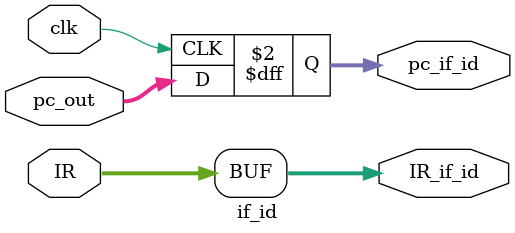
<source format=sv>
module if_id (
  input clk,
  input [31:0] IR,
  input [31:0] pc_out,
  //input [31:0] next_pc,
  //output reg [31:0] next_pc_if_id,
  output reg [31:0] pc_if_id,
  output reg [31:0] IR_if_id
  );


  assign IR_if_id = IR;
  always @ (posedge clk ) begin
    pc_if_id <= pc_out;
    //IR_if_id <= IR;
  //  next_pc_if_id <= next_pc;
  end

endmodule // if_id

</source>
